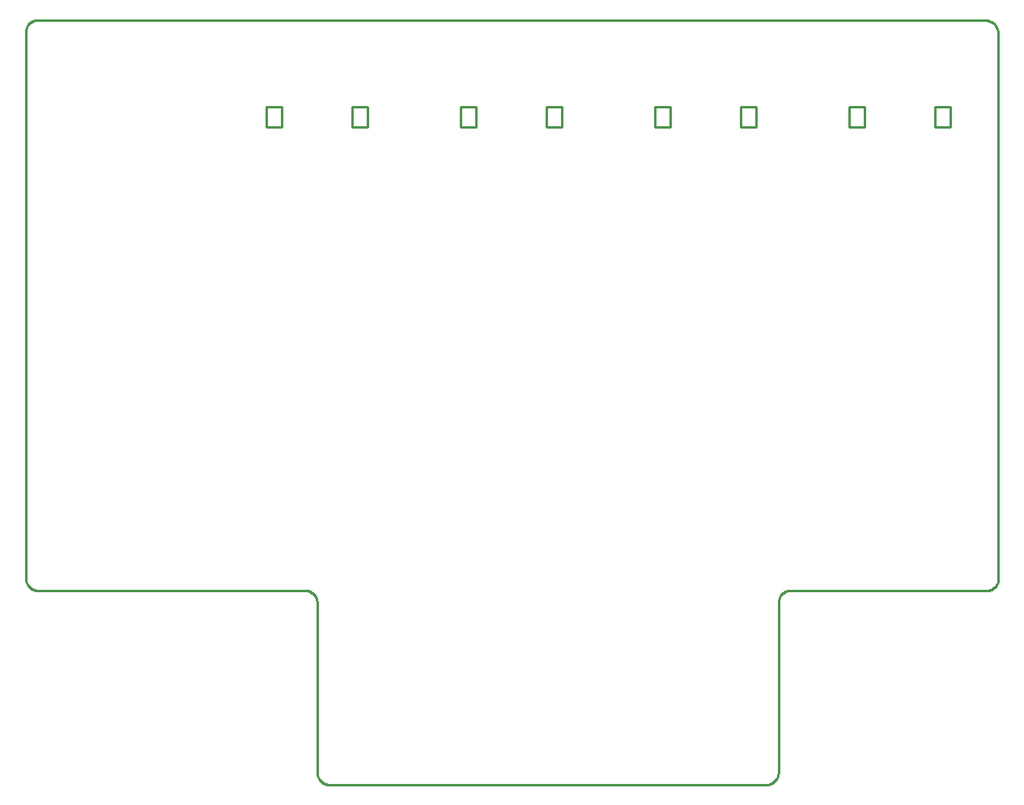
<source format=gbr>
G04 EAGLE Gerber RS-274X export*
G75*
%MOMM*%
%FSLAX34Y34*%
%LPD*%
%IN*%
%IPPOS*%
%AMOC8*
5,1,8,0,0,1.08239X$1,22.5*%
G01*
%ADD10C,0.254000*%


D10*
X0Y215900D02*
X48Y214793D01*
X193Y213695D01*
X433Y212613D01*
X766Y211556D01*
X1190Y210533D01*
X1701Y209550D01*
X2297Y208616D01*
X2971Y207737D01*
X3720Y206920D01*
X4537Y206171D01*
X5416Y205497D01*
X6350Y204901D01*
X7333Y204390D01*
X8356Y203966D01*
X9413Y203633D01*
X10495Y203393D01*
X11593Y203248D01*
X12700Y203200D01*
X292100Y203200D01*
X293207Y203152D01*
X294305Y203007D01*
X295387Y202767D01*
X296444Y202434D01*
X297467Y202010D01*
X298450Y201499D01*
X299384Y200903D01*
X300263Y200229D01*
X301080Y199480D01*
X301829Y198663D01*
X302503Y197784D01*
X303099Y196850D01*
X303610Y195867D01*
X304034Y194844D01*
X304367Y193787D01*
X304607Y192705D01*
X304752Y191607D01*
X304800Y190500D01*
X304800Y12700D01*
X304848Y11593D01*
X304993Y10495D01*
X305233Y9413D01*
X305566Y8356D01*
X305990Y7333D01*
X306501Y6350D01*
X307097Y5416D01*
X307771Y4537D01*
X308520Y3720D01*
X309337Y2971D01*
X310216Y2297D01*
X311150Y1701D01*
X312133Y1190D01*
X313156Y766D01*
X314213Y433D01*
X315295Y193D01*
X316393Y48D01*
X317500Y0D01*
X774700Y0D01*
X775807Y48D01*
X776905Y193D01*
X777987Y433D01*
X779044Y766D01*
X780067Y1190D01*
X781050Y1701D01*
X781984Y2297D01*
X782863Y2971D01*
X783680Y3720D01*
X784429Y4537D01*
X785103Y5416D01*
X785699Y6350D01*
X786210Y7333D01*
X786634Y8356D01*
X786967Y9413D01*
X787207Y10495D01*
X787352Y11593D01*
X787400Y12700D01*
X787400Y190500D01*
X787448Y191607D01*
X787593Y192705D01*
X787833Y193787D01*
X788166Y194844D01*
X788590Y195867D01*
X789101Y196850D01*
X789697Y197784D01*
X790371Y198663D01*
X791120Y199480D01*
X791937Y200229D01*
X792816Y200903D01*
X793750Y201499D01*
X794733Y202010D01*
X795756Y202434D01*
X796813Y202767D01*
X797895Y203007D01*
X798993Y203152D01*
X800100Y203200D01*
X1003300Y203200D01*
X1004359Y203080D01*
X1005424Y203053D01*
X1006488Y203118D01*
X1007541Y203276D01*
X1008577Y203525D01*
X1009588Y203864D01*
X1010565Y204289D01*
X1011501Y204798D01*
X1012389Y205387D01*
X1013223Y206050D01*
X1013995Y206784D01*
X1014701Y207583D01*
X1015335Y208440D01*
X1015891Y209348D01*
X1016366Y210302D01*
X1016756Y211294D01*
X1017058Y212316D01*
X1017270Y213360D01*
X1017270Y784860D01*
X1017270Y786135D01*
X1017158Y787406D01*
X1016937Y788662D01*
X1016606Y789894D01*
X1016170Y791092D01*
X1015631Y792248D01*
X1014993Y793352D01*
X1014261Y794396D01*
X1013441Y795373D01*
X1012539Y796275D01*
X1011562Y797095D01*
X1010517Y797826D01*
X1009413Y798463D01*
X1008257Y799002D01*
X1007058Y799438D01*
X1005827Y799768D01*
X1004571Y799989D01*
X1003300Y800100D01*
X12700Y800100D01*
X11593Y800052D01*
X10495Y799907D01*
X9413Y799667D01*
X8356Y799334D01*
X7333Y798910D01*
X6350Y798399D01*
X5416Y797803D01*
X4537Y797129D01*
X3720Y796380D01*
X2971Y795563D01*
X2297Y794684D01*
X1701Y793750D01*
X1190Y792767D01*
X766Y791744D01*
X433Y790687D01*
X193Y789605D01*
X48Y788507D01*
X0Y787400D01*
X0Y215900D01*
X545000Y688000D02*
X561000Y688000D01*
X561000Y709000D01*
X545000Y709000D01*
X545000Y688000D01*
X455000Y688000D02*
X471000Y688000D01*
X471000Y709000D01*
X455000Y709000D01*
X455000Y688000D01*
X951400Y688000D02*
X967400Y688000D01*
X967400Y709000D01*
X951400Y709000D01*
X951400Y688000D01*
X861400Y688000D02*
X877400Y688000D01*
X877400Y709000D01*
X861400Y709000D01*
X861400Y688000D01*
X748200Y688000D02*
X764200Y688000D01*
X764200Y709000D01*
X748200Y709000D01*
X748200Y688000D01*
X658200Y688000D02*
X674200Y688000D01*
X674200Y709000D01*
X658200Y709000D01*
X658200Y688000D01*
X251800Y688000D02*
X267800Y688000D01*
X267800Y709000D01*
X251800Y709000D01*
X251800Y688000D01*
X341800Y688000D02*
X357800Y688000D01*
X357800Y709000D01*
X341800Y709000D01*
X341800Y688000D01*
M02*

</source>
